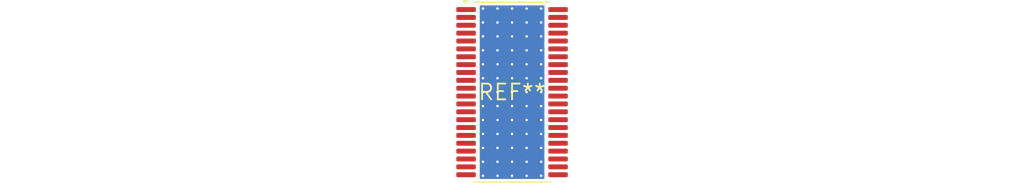
<source format=kicad_pcb>
(kicad_pcb (version 20240108) (generator pcbnew)
  (layers (0 "F.Cu" signal) (31 "B.Cu" signal) (34 "B.Paste" user) (35 "F.Paste" user) (36 "B.SilkS" user "B.Silkscreen") (37 "F.SilkS" user "F.Silkscreen") (38 "B.Mask" user) (39 "F.Mask" user) (44 "Edge.Cuts" user))
  (net 0 "")
  (footprint "HTSSOP-44-1EP_6.1x14mm_P0.635mm_EP5.2x14mm_Mask4.31x8.26mm_ThermalVias" (layer "F.Cu") (at 0 0)
    (property "Reference" "REF**")
    (property "Value" "HTSSOP-44-1EP_6.1x14mm_P0.635mm_EP5.2x14mm_Mask4.31x8.26mm_ThermalVias")
    (fp_line (start 0 -7.26) (end -3.05 -7.26) (layer "F.SilkS") (stroke (width 0.12)))
    (fp_line (start 0 -7.26) (end 3.05 -7.26) (layer "F.SilkS") (stroke (width 0.12)))
    (fp_line (start 0 7.26) (end -3.05 7.26) (layer "F.SilkS") (stroke (width 0.12)))
    (fp_line (start 0 7.26) (end 3.05 7.26) (layer "F.SilkS") (stroke (width 0.12)))
    (fp_poly (pts (xy -3.775 -7.1275) (xy -3.955 -7.3795) (xy -3.595 -7.3795) (xy -3.775 -7.1275)) (layer "F.SilkS") (stroke (width 0.12)) (fill solid))
    (pad "1" smd roundrect (at -3.7125 -6.6675) (size 1.575 0.4) (layers "F.Cu" "F.Paste" "F.Mask"))
    (pad "2" smd roundrect (at -3.7125 -6.0325) (size 1.575 0.4) (layers "F.Cu" "F.Paste" "F.Mask"))
    (pad "3" smd roundrect (at -3.7125 -5.3975) (size 1.575 0.4) (layers "F.Cu" "F.Paste" "F.Mask"))
    (pad "4" smd roundrect (at -3.7125 -4.7625) (size 1.575 0.4) (layers "F.Cu" "F.Paste" "F.Mask"))
    (pad "5" smd roundrect (at -3.7125 -4.1275) (size 1.575 0.4) (layers "F.Cu" "F.Paste" "F.Mask"))
    (pad "6" smd roundrect (at -3.7125 -3.4925) (size 1.575 0.4) (layers "F.Cu" "F.Paste" "F.Mask"))
    (pad "7" smd roundrect (at -3.7125 -2.8575) (size 1.575 0.4) (layers "F.Cu" "F.Paste" "F.Mask"))
    (pad "8" smd roundrect (at -3.7125 -2.2225) (size 1.575 0.4) (layers "F.Cu" "F.Paste" "F.Mask"))
    (pad "9" smd roundrect (at -3.7125 -1.5875) (size 1.575 0.4) (layers "F.Cu" "F.Paste" "F.Mask"))
    (pad "10" smd roundrect (at -3.7125 -0.9525) (size 1.575 0.4) (layers "F.Cu" "F.Paste" "F.Mask"))
    (pad "11" smd roundrect (at -3.7125 -0.3175) (size 1.575 0.4) (layers "F.Cu" "F.Paste" "F.Mask"))
    (pad "12" smd roundrect (at -3.7125 0.3175) (size 1.575 0.4) (layers "F.Cu" "F.Paste" "F.Mask"))
    (pad "13" smd roundrect (at -3.7125 0.9525) (size 1.575 0.4) (layers "F.Cu" "F.Paste" "F.Mask"))
    (pad "14" smd roundrect (at -3.7125 1.5875) (size 1.575 0.4) (layers "F.Cu" "F.Paste" "F.Mask"))
    (pad "15" smd roundrect (at -3.7125 2.2225) (size 1.575 0.4) (layers "F.Cu" "F.Paste" "F.Mask"))
    (pad "16" smd roundrect (at -3.7125 2.8575) (size 1.575 0.4) (layers "F.Cu" "F.Paste" "F.Mask"))
    (pad "17" smd roundrect (at -3.7125 3.4925) (size 1.575 0.4) (layers "F.Cu" "F.Paste" "F.Mask"))
    (pad "18" smd roundrect (at -3.7125 4.1275) (size 1.575 0.4) (layers "F.Cu" "F.Paste" "F.Mask"))
    (pad "19" smd roundrect (at -3.7125 4.7625) (size 1.575 0.4) (layers "F.Cu" "F.Paste" "F.Mask"))
    (pad "20" smd roundrect (at -3.7125 5.3975) (size 1.575 0.4) (layers "F.Cu" "F.Paste" "F.Mask"))
    (pad "21" smd roundrect (at -3.7125 6.0325) (size 1.575 0.4) (layers "F.Cu" "F.Paste" "F.Mask"))
    (pad "22" smd roundrect (at -3.7125 6.6675) (size 1.575 0.4) (layers "F.Cu" "F.Paste" "F.Mask"))
    (pad "23" smd roundrect (at 3.7125 6.6675) (size 1.575 0.4) (layers "F.Cu" "F.Paste" "F.Mask"))
    (pad "24" smd roundrect (at 3.7125 6.0325) (size 1.575 0.4) (layers "F.Cu" "F.Paste" "F.Mask"))
    (pad "25" smd roundrect (at 3.7125 5.3975) (size 1.575 0.4) (layers "F.Cu" "F.Paste" "F.Mask"))
    (pad "26" smd roundrect (at 3.7125 4.7625) (size 1.575 0.4) (layers "F.Cu" "F.Paste" "F.Mask"))
    (pad "27" smd roundrect (at 3.7125 4.1275) (size 1.575 0.4) (layers "F.Cu" "F.Paste" "F.Mask"))
    (pad "28" smd roundrect (at 3.7125 3.4925) (size 1.575 0.4) (layers "F.Cu" "F.Paste" "F.Mask"))
    (pad "29" smd roundrect (at 3.7125 2.8575) (size 1.575 0.4) (layers "F.Cu" "F.Paste" "F.Mask"))
    (pad "30" smd roundrect (at 3.7125 2.2225) (size 1.575 0.4) (layers "F.Cu" "F.Paste" "F.Mask"))
    (pad "31" smd roundrect (at 3.7125 1.5875) (size 1.575 0.4) (layers "F.Cu" "F.Paste" "F.Mask"))
    (pad "32" smd roundrect (at 3.7125 0.9525) (size 1.575 0.4) (layers "F.Cu" "F.Paste" "F.Mask"))
    (pad "33" smd roundrect (at 3.7125 0.3175) (size 1.575 0.4) (layers "F.Cu" "F.Paste" "F.Mask"))
    (pad "34" smd roundrect (at 3.7125 -0.3175) (size 1.575 0.4) (layers "F.Cu" "F.Paste" "F.Mask"))
    (pad "35" smd roundrect (at 3.7125 -0.9525) (size 1.575 0.4) (layers "F.Cu" "F.Paste" "F.Mask"))
    (pad "36" smd roundrect (at 3.7125 -1.5875) (size 1.575 0.4) (layers "F.Cu" "F.Paste" "F.Mask"))
    (pad "37" smd roundrect (at 3.7125 -2.2225) (size 1.575 0.4) (layers "F.Cu" "F.Paste" "F.Mask"))
    (pad "38" smd roundrect (at 3.7125 -2.8575) (size 1.575 0.4) (layers "F.Cu" "F.Paste" "F.Mask"))
    (pad "39" smd roundrect (at 3.7125 -3.4925) (size 1.575 0.4) (layers "F.Cu" "F.Paste" "F.Mask"))
    (pad "40" smd roundrect (at 3.7125 -4.1275) (size 1.575 0.4) (layers "F.Cu" "F.Paste" "F.Mask"))
    (pad "41" smd roundrect (at 3.7125 -4.7625) (size 1.575 0.4) (layers "F.Cu" "F.Paste" "F.Mask"))
    (pad "42" smd roundrect (at 3.7125 -5.3975) (size 1.575 0.4) (layers "F.Cu" "F.Paste" "F.Mask"))
    (pad "43" smd roundrect (at 3.7125 -6.0325) (size 1.575 0.4) (layers "F.Cu" "F.Paste" "F.Mask"))
    (pad "44" smd roundrect (at 3.7125 -6.6675) (size 1.575 0.4) (layers "F.Cu" "F.Paste" "F.Mask"))
    (pad "45" thru_hole circle (at -2.35 -6.75) (size 0.5 0.5) (drill 0.2) (property pad_prop_heatsink) (layers *.Cu) (remove_unused_layers))
    (pad "45" thru_hole circle (at -2.35 -5.625) (size 0.5 0.5) (drill 0.2) (property pad_prop_heatsink) (layers *.Cu) (remove_unused_layers))
    (pad "45" thru_hole circle (at -2.35 -4.5) (size 0.5 0.5) (drill 0.2) (property pad_prop_heatsink) (layers *.Cu) (remove_unused_layers))
    (pad "45" thru_hole circle (at -2.35 -3.375) (size 0.5 0.5) (drill 0.2) (property pad_prop_heatsink) (layers *.Cu) (remove_unused_layers))
    (pad "45" thru_hole circle (at -2.35 -2.25) (size 0.5 0.5) (drill 0.2) (property pad_prop_heatsink) (layers *.Cu) (remove_unused_layers))
    (pad "45" thru_hole circle (at -2.35 -1.125) (size 0.5 0.5) (drill 0.2) (property pad_prop_heatsink) (layers *.Cu) (remove_unused_layers))
    (pad "45" thru_hole circle (at -2.35 0) (size 0.5 0.5) (drill 0.2) (property pad_prop_heatsink) (layers *.Cu) (remove_unused_layers))
    (pad "45" thru_hole circle (at -2.35 1.125) (size 0.5 0.5) (drill 0.2) (property pad_prop_heatsink) (layers *.Cu) (remove_unused_layers))
    (pad "45" thru_hole circle (at -2.35 2.25) (size 0.5 0.5) (drill 0.2) (property pad_prop_heatsink) (layers *.Cu) (remove_unused_layers))
    (pad "45" thru_hole circle (at -2.35 3.375) (size 0.5 0.5) (drill 0.2) (property pad_prop_heatsink) (layers *.Cu) (remove_unused_layers))
    (pad "45" thru_hole circle (at -2.35 4.5) (size 0.5 0.5) (drill 0.2) (property pad_prop_heatsink) (layers *.Cu) (remove_unused_layers))
    (pad "45" thru_hole circle (at -2.35 5.625) (size 0.5 0.5) (drill 0.2) (property pad_prop_heatsink) (layers *.Cu) (remove_unused_layers))
    (pad "45" thru_hole circle (at -2.35 6.75) (size 0.5 0.5) (drill 0.2) (property pad_prop_heatsink) (layers *.Cu) (remove_unused_layers))
    (pad "45" thru_hole circle (at -1.175 -6.75) (size 0.5 0.5) (drill 0.2) (property pad_prop_heatsink) (layers *.Cu) (remove_unused_layers))
    (pad "45" thru_hole circle (at -1.175 -5.625) (size 0.5 0.5) (drill 0.2) (property pad_prop_heatsink) (layers *.Cu) (remove_unused_layers))
    (pad "45" thru_hole circle (at -1.175 -4.5) (size 0.5 0.5) (drill 0.2) (property pad_prop_heatsink) (layers *.Cu) (remove_unused_layers))
    (pad "45" thru_hole circle (at -1.175 -3.375) (size 0.5 0.5) (drill 0.2) (property pad_prop_heatsink) (layers *.Cu) (remove_unused_layers))
    (pad "45" thru_hole circle (at -1.175 -2.25) (size 0.5 0.5) (drill 0.2) (property pad_prop_heatsink) (layers *.Cu) (remove_unused_layers))
    (pad "45" thru_hole circle (at -1.175 -1.125) (size 0.5 0.5) (drill 0.2) (property pad_prop_heatsink) (layers *.Cu) (remove_unused_layers))
    (pad "45" thru_hole circle (at -1.175 0) (size 0.5 0.5) (drill 0.2) (property pad_prop_heatsink) (layers *.Cu) (remove_unused_layers))
    (pad "45" thru_hole circle (at -1.175 1.125) (size 0.5 0.5) (drill 0.2) (property pad_prop_heatsink) (layers *.Cu) (remove_unused_layers))
    (pad "45" thru_hole circle (at -1.175 2.25) (size 0.5 0.5) (drill 0.2) (property pad_prop_heatsink) (layers *.Cu) (remove_unused_layers))
    (pad "45" thru_hole circle (at -1.175 3.375) (size 0.5 0.5) (drill 0.2) (property pad_prop_heatsink) (layers *.Cu) (remove_unused_layers))
    (pad "45" thru_hole circle (at -1.175 4.5) (size 0.5 0.5) (drill 0.2) (property pad_prop_heatsink) (layers *.Cu) (remove_unused_layers))
    (pad "45" thru_hole circle (at -1.175 5.625) (size 0.5 0.5) (drill 0.2) (property pad_prop_heatsink) (layers *.Cu) (remove_unused_layers))
    (pad "45" thru_hole circle (at -1.175 6.75) (size 0.5 0.5) (drill 0.2) (property pad_prop_heatsink) (layers *.Cu) (remove_unused_layers))
    (pad "45" thru_hole circle (at 0 -6.75) (size 0.5 0.5) (drill 0.2) (property pad_prop_heatsink) (layers *.Cu) (remove_unused_layers))
    (pad "45" thru_hole circle (at 0 -5.625) (size 0.5 0.5) (drill 0.2) (property pad_prop_heatsink) (layers *.Cu) (remove_unused_layers))
    (pad "45" thru_hole circle (at 0 -4.5) (size 0.5 0.5) (drill 0.2) (property pad_prop_heatsink) (layers *.Cu) (remove_unused_layers))
    (pad "45" thru_hole circle (at 0 -3.375) (size 0.5 0.5) (drill 0.2) (property pad_prop_heatsink) (layers *.Cu) (remove_unused_layers))
    (pad "45" thru_hole circle (at 0 -2.25) (size 0.5 0.5) (drill 0.2) (property pad_prop_heatsink) (layers *.Cu) (remove_unused_layers))
    (pad "45" thru_hole circle (at 0 -1.125) (size 0.5 0.5) (drill 0.2) (property pad_prop_heatsink) (layers *.Cu) (remove_unused_layers))
    (pad "45" thru_hole circle (at 0 0) (size 0.5 0.5) (drill 0.2) (property pad_prop_heatsink) (layers *.Cu) (remove_unused_layers))
    (pad "45" smd rect (at 0 0) (size 5.2 14) (property pad_prop_heatsink) (layers "F.Cu"))
    (pad "45" smd rect (at 0 0) (size 5.2 14) (property pad_prop_heatsink) (layers "B.Cu"))
    (pad "45" thru_hole circle (at 0 1.125) (size 0.5 0.5) (drill 0.2) (property pad_prop_heatsink) (layers *.Cu) (remove_unused_layers))
    (pad "45" thru_hole circle (at 0 2.25) (size 0.5 0.5) (drill 0.2) (property pad_prop_heatsink) (layers *.Cu) (remove_unused_layers))
    (pad "45" thru_hole circle (at 0 3.375) (size 0.5 0.5) (drill 0.2) (property pad_prop_heatsink) (layers *.Cu) (remove_unused_layers))
    (pad "45" thru_hole circle (at 0 4.5) (size 0.5 0.5) (drill 0.2) (property pad_prop_heatsink) (layers *.Cu) (remove_unused_layers))
    (pad "45" thru_hole circle (at 0 5.625) (size 0.5 0.5) (drill 0.2) (property pad_prop_heatsink) (layers *.Cu) (remove_unused_layers))
    (pad "45" thru_hole circle (at 0 6.75) (size 0.5 0.5) (drill 0.2) (property pad_prop_heatsink) (layers *.Cu) (remove_unused_layers))
    (pad "45" thru_hole circle (at 1.175 -6.75) (size 0.5 0.5) (drill 0.2) (property pad_prop_heatsink) (layers *.Cu) (remove_unused_layers))
    (pad "45" thru_hole circle (at 1.175 -5.625) (size 0.5 0.5) (drill 0.2) (property pad_prop_heatsink) (layers *.Cu) (remove_unused_layers))
    (pad "45" thru_hole circle (at 1.175 -4.5) (size 0.5 0.5) (drill 0.2) (property pad_prop_heatsink) (layers *.Cu) (remove_unused_layers))
    (pad "45" thru_hole circle (at 1.175 -3.375) (size 0.5 0.5) (drill 0.2) (property pad_prop_heatsink) (layers *.Cu) (remove_unused_layers))
    (pad "45" thru_hole circle (at 1.175 -2.25) (size 0.5 0.5) (drill 0.2) (property pad_prop_heatsink) (layers *.Cu) (remove_unused_layers))
    (pad "45" thru_hole circle (at 1.175 -1.125) (size 0.5 0.5) (drill 0.2) (property pad_prop_heatsink) (layers *.Cu) (remove_unused_layers))
    (pad "45" thru_hole circle (at 1.175 0) (size 0.5 0.5) (drill 0.2) (property pad_prop_heatsink) (layers *.Cu) (remove_unused_layers))
    (pad "45" thru_hole circle (at 1.175 1.125) (size 0.5 0.5) (drill 0.2) (property pad_prop_heatsink) (layers *.Cu) (remove_unused_layers))
    (pad "45" thru_hole circle (at 1.175 2.25) (size 0.5 0.5) (drill 0.2) (property pad_prop_heatsink) (layers *.Cu) (remove_unused_layers))
    (pad "45" thru_hole circle (at 1.175 3.375) (size 0.5 0.5) (drill 0.2) (property pad_prop_heatsink) (layers *.Cu) (remove_unused_layers))
    (pad "45" thru_hole circle (at 1.175 4.5) (size 0.5 0.5) (drill 0.2) (property pad_prop_heatsink) (layers *.Cu) (remove_unused_layers))
    (pad "45" thru_hole circle (at 1.175 5.625) (size 0.5 0.5) (drill 0.2) (property pad_prop_heatsink) (layers *.Cu) (remove_unused_layers))
    (pad "45" thru_hole circle (at 1.175 6.75) (size 0.5 0.5) (drill 0.2) (property pad_prop_heatsink) (layers *.Cu) (remove_unused_layers))
    (pad "45" thru_hole circle (at 2.35 -6.75) (size 0.5 0.5) (drill 0.2) (property pad_prop_heatsink) (layers *.Cu) (remove_unused_layers))
    (pad "45" thru_hole circle (at 2.35 -5.625) (size 0.5 0.5) (drill 0.2) (property pad_prop_heatsink) (layers *.Cu) (remove_unused_layers))
    (pad "45" thru_hole circle (at 2.35 -4.5) (size 0.5 0.5) (drill 0.2) (property pad_prop_heatsink) (layers *.Cu) (remove_unused_layers))
    (pad "45" thru_hole circle (at 2.35 -3.375) (size 0.5 0.5) (drill 0.2) (property pad_prop_heatsink) (layers *.Cu) (remove_unused_layers))
    (pad "45" thru_hole circle (at 2.35 -2.25) (size 0.5 0.5) (drill 0.2) (property pad_prop_heatsink) (layers *.Cu) (remove_unused_layers))
    (pad "45" thru_hole circle (at 2.35 -1.125) (size 0.5 0.5) (drill 0.2) (property pad_prop_heatsink) (layers *.Cu) (remove_unused_layers))
    (pad "45" thru_hole circle (at 2.35 0) (size 0.5 0.5) (drill 0.2) (property pad_prop_heatsink) (layers *.Cu) (remove_unused_layers))
    (pad "45" thru_hole circle (at 2.35 1.125) (size 0.5 0.5) (drill 0.2) (property pad_prop_heatsink) (layers *.Cu) (remove_unused_layers))
    (pad "45" thru_hole circle (at 2.35 2.25) (size 0.5 0.5) (drill 0.2) (property pad_prop_heatsink) (layers *.Cu) (remove_unused_layers))
    (pad "45" thru_hole circle (at 2.35 3.375) (size 0.5 0.5) (drill 0.2) (property pad_prop_heatsink) (layers *.Cu) (remove_unused_layers))
    (pad "45" thru_hole circle (at 2.35 4.5) (size 0.5 0.5) (drill 0.2) (property pad_prop_heatsink) (layers *.Cu) (remove_unused_layers))
    (pad "45" thru_hole circle (at 2.35 5.625) (size 0.5 0.5) (drill 0.2) (property pad_prop_heatsink) (layers *.Cu) (remove_unused_layers))
    (pad "45" thru_hole circle (at 2.35 6.75) (size 0.5 0.5) (drill 0.2) (property pad_prop_heatsink) (layers *.Cu) (remove_unused_layers))
  )
)
</source>
